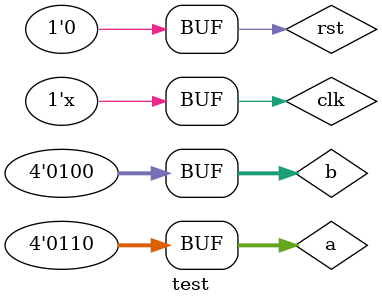
<source format=v>
`timescale 1ns / 1ps

module test;

	// Inputs
	reg [3:0] a;
	reg [3:0] b;
	reg clk;
	reg rst;

	// Outputs
	wire [7:0] c;

	// Instantiate the Unit Under Test (UUT)
	booth uut (
		.a(a), 
		.b(b), 
		.clk(clk), 
		.rst(rst), 
		.c(c)
	);

	initial begin
		// Initialize Inputs
		a = 0;
		b = 0;
		clk = 0;
		rst =0;
		#30
		a = 2; //3 clk
		b = 7;
		rst =1;
		#40
		rst = 0;
		#300
		a = 3;  //4 clk
		b = 5;
		rst =1;
		#40
		rst =0;
		#200
		a = 6;  //3clk
		b = 4;
		rst = 1;
		#40
		rst =0;
 

	end
      always #20 clk = ~clk;
      
endmodule


</source>
